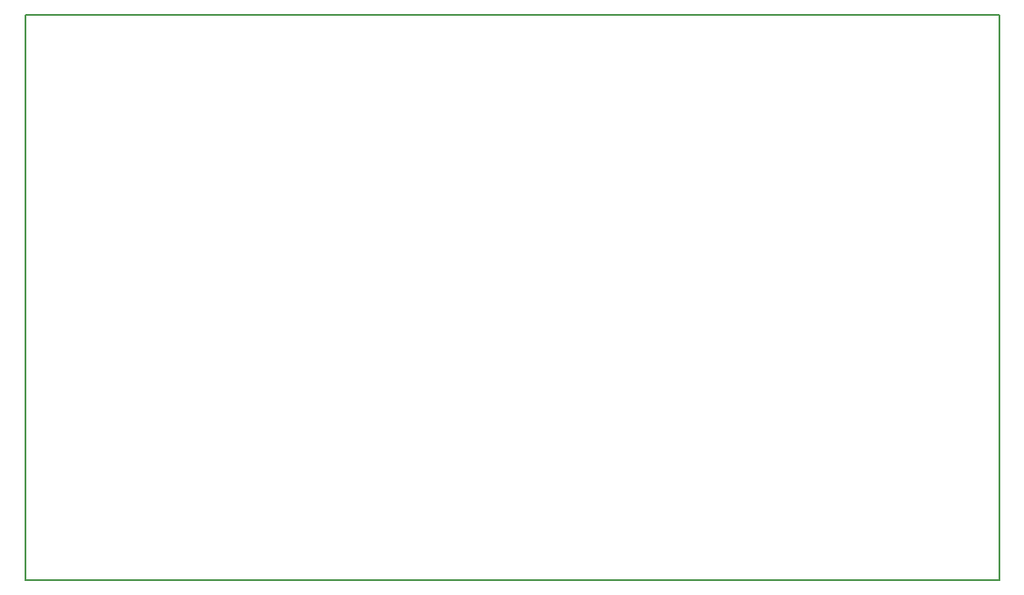
<source format=gm1>
G04 #@! TF.GenerationSoftware,KiCad,Pcbnew,(5.0.2)-1*
G04 #@! TF.CreationDate,2019-02-19T19:48:52+01:00*
G04 #@! TF.ProjectId,rload,726c6f61-642e-46b6-9963-61645f706362,rev?*
G04 #@! TF.SameCoordinates,Original*
G04 #@! TF.FileFunction,Profile,NP*
%FSLAX46Y46*%
G04 Gerber Fmt 4.6, Leading zero omitted, Abs format (unit mm)*
G04 Created by KiCad (PCBNEW (5.0.2)-1) date 19.02.2019 19:48:52*
%MOMM*%
%LPD*%
G01*
G04 APERTURE LIST*
%ADD10C,0.150000*%
G04 APERTURE END LIST*
D10*
X110490000Y-127000000D02*
X204470000Y-127000000D01*
X110490000Y-72390000D02*
X110490000Y-127000000D01*
X204470000Y-72390000D02*
X204470000Y-127000000D01*
X110490000Y-72390000D02*
X204470000Y-72390000D01*
M02*

</source>
